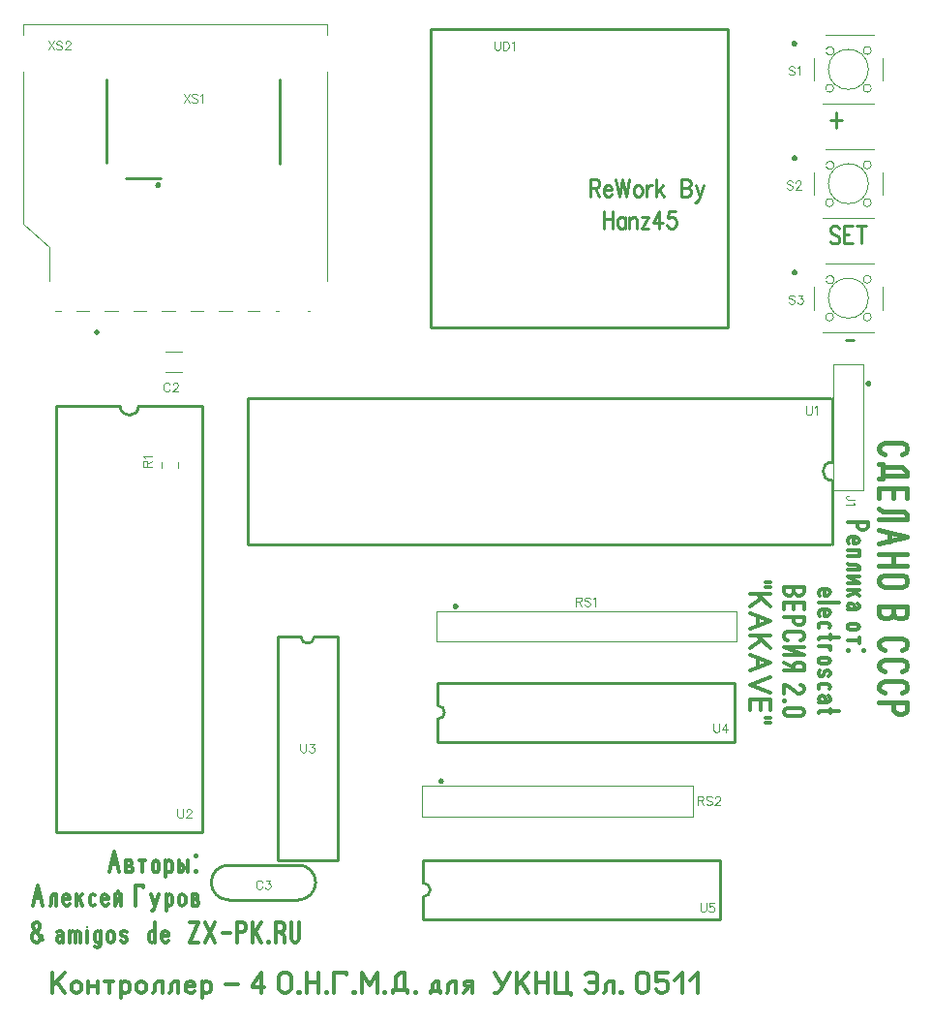
<source format=gto>
G04 DipTrace 4.2.0.1*
G04 KKV_TopSilk.gbr*
%MOMM*%
G04 #@! TF.FileFunction,Legend,Top*
G04 #@! TF.Part,Single*
%ADD10C,0.25*%
%ADD13C,0.12*%
%ADD22C,0.318*%
%ADD23C,0.444*%
%ADD24C,0.5*%
%ADD52C,0.11765*%
%ADD53C,0.23529*%
%FSLAX35Y35*%
G04*
G71*
G90*
G75*
G01*
G04 TopSilk*
%LPD*%
X-6580200Y-2892400D2*
D13*
X-6436200D1*
X-6580200Y-3072400D2*
X-6436200D1*
X-6025700Y-7377043D2*
D10*
X-5416707D1*
X-6025700Y-7681843D2*
X-5416707D1*
G03X-5416707Y-7377043I303J152400D01*
G01*
X-6025700D2*
G03X-6025700Y-7681843I-303J-152400D01*
G01*
X-470550Y-2998700D2*
D13*
X-736550D1*
Y-4100700D1*
X-470550D1*
Y-2998700D1*
G36*
X-427950Y-3144100D2*
X-424739Y-3144310D1*
X-421583Y-3144938D1*
X-418536Y-3145973D1*
X-415650Y-3147396D1*
X-412974Y-3149184D1*
X-410555Y-3151305D1*
X-408434Y-3153724D1*
X-406646Y-3156400D1*
X-405223Y-3159286D1*
X-404188Y-3162333D1*
X-403560Y-3165489D1*
X-403350Y-3168700D1*
X-403560Y-3171911D1*
X-404188Y-3175067D1*
X-405223Y-3178114D1*
X-406646Y-3181000D1*
X-408434Y-3183676D1*
X-410555Y-3186095D1*
X-412974Y-3188216D1*
X-415650Y-3190004D1*
X-418536Y-3191427D1*
X-421583Y-3192462D1*
X-424739Y-3193090D1*
X-427950Y-3193300D1*
D1*
X-431161Y-3193090D1*
X-434317Y-3192462D1*
X-437364Y-3191427D1*
X-440250Y-3190004D1*
X-442926Y-3188216D1*
X-445345Y-3186095D1*
X-447466Y-3183676D1*
X-449254Y-3181000D1*
X-450677Y-3178114D1*
X-451712Y-3175067D1*
X-452340Y-3171911D1*
X-452550Y-3168700D1*
X-452340Y-3165489D1*
X-451712Y-3162333D1*
X-450677Y-3159286D1*
X-449254Y-3156400D1*
X-447466Y-3153724D1*
X-445345Y-3151305D1*
X-442926Y-3149184D1*
X-440250Y-3147396D1*
X-437364Y-3145973D1*
X-434317Y-3144938D1*
X-431161Y-3144310D1*
X-427950Y-3144100D1*
D1*
G37*
X-6610500Y-3903250D2*
D13*
Y-3857250D1*
X-6470500Y-3903250D2*
Y-3857250D1*
X-4209723Y-5159210D2*
Y-5425210D1*
X-1583723D1*
Y-5159210D1*
X-4209723D1*
G36*
X-4064323Y-5116610D2*
X-4064113Y-5113399D1*
X-4063485Y-5110243D1*
X-4062451Y-5107196D1*
X-4061028Y-5104310D1*
X-4059240Y-5101634D1*
X-4057118Y-5099215D1*
X-4054699Y-5097094D1*
X-4052023Y-5095306D1*
X-4049137Y-5093883D1*
X-4046090Y-5092848D1*
X-4042934Y-5092220D1*
X-4039723Y-5092010D1*
X-4036512Y-5092220D1*
X-4033356Y-5092848D1*
X-4030309Y-5093883D1*
X-4027423Y-5095306D1*
X-4024748Y-5097094D1*
X-4022329Y-5099215D1*
X-4020207Y-5101634D1*
X-4018419Y-5104310D1*
X-4016996Y-5107196D1*
X-4015962Y-5110243D1*
X-4015334Y-5113399D1*
X-4015123Y-5116610D1*
D1*
X-4015334Y-5119821D1*
X-4015962Y-5122977D1*
X-4016996Y-5126024D1*
X-4018419Y-5128910D1*
X-4020207Y-5131586D1*
X-4022329Y-5134005D1*
X-4024748Y-5136126D1*
X-4027423Y-5137914D1*
X-4030309Y-5139337D1*
X-4033356Y-5140372D1*
X-4036512Y-5141000D1*
X-4039723Y-5141210D1*
X-4042934Y-5141000D1*
X-4046090Y-5140372D1*
X-4049137Y-5139337D1*
X-4052023Y-5137914D1*
X-4054699Y-5136126D1*
X-4057118Y-5134005D1*
X-4059240Y-5131586D1*
X-4061028Y-5128910D1*
X-4062451Y-5126024D1*
X-4063485Y-5122977D1*
X-4064113Y-5119821D1*
X-4064323Y-5116610D1*
D1*
G37*
X-4336850Y-6686367D2*
D13*
Y-6952367D1*
X-1964850D1*
Y-6686367D1*
X-4336850D1*
G36*
X-4191450Y-6643767D2*
X-4191240Y-6640556D1*
X-4190612Y-6637400D1*
X-4189577Y-6634353D1*
X-4188154Y-6631467D1*
X-4186366Y-6628791D1*
X-4184245Y-6626372D1*
X-4181826Y-6624250D1*
X-4179150Y-6622462D1*
X-4176264Y-6621039D1*
X-4173217Y-6620005D1*
X-4170061Y-6619377D1*
X-4166850Y-6619167D1*
X-4163639Y-6619377D1*
X-4160483Y-6620005D1*
X-4157436Y-6621039D1*
X-4154550Y-6622462D1*
X-4151874Y-6624250D1*
X-4149455Y-6626372D1*
X-4147334Y-6628791D1*
X-4145546Y-6631467D1*
X-4144123Y-6634353D1*
X-4143088Y-6637400D1*
X-4142460Y-6640556D1*
X-4142250Y-6643767D1*
D1*
X-4142460Y-6646978D1*
X-4143088Y-6650134D1*
X-4144123Y-6653181D1*
X-4145546Y-6656067D1*
X-4147334Y-6658742D1*
X-4149455Y-6661161D1*
X-4151874Y-6663283D1*
X-4154550Y-6665071D1*
X-4157436Y-6666494D1*
X-4160483Y-6667528D1*
X-4163639Y-6668156D1*
X-4166850Y-6668367D1*
X-4170061Y-6668156D1*
X-4173217Y-6667528D1*
X-4176264Y-6666494D1*
X-4179150Y-6665071D1*
X-4181826Y-6663283D1*
X-4184245Y-6661161D1*
X-4186366Y-6658742D1*
X-4188154Y-6656067D1*
X-4189577Y-6653181D1*
X-4190612Y-6650134D1*
X-4191240Y-6646978D1*
X-4191450Y-6643767D1*
D1*
G37*
X-603500Y-722733D2*
D13*
X-824793D1*
X-603500Y-122733D2*
X-382220D1*
X-778500Y-422733D2*
G02X-778500Y-422733I175000J0D01*
G01*
X-800503Y-243667D2*
X-798810Y-240233D1*
X-796267Y-236427D1*
X-793250Y-232983D1*
X-789807Y-229967D1*
X-786000Y-227423D1*
X-781893Y-225397D1*
X-777560Y-223927D1*
X-773070Y-223033D1*
X-768500Y-222733D1*
X-763930Y-223033D1*
X-759440Y-223927D1*
X-755107Y-225397D1*
X-751000Y-227423D1*
X-747193Y-229967D1*
X-743750Y-232983D1*
X-740733Y-236427D1*
X-738190Y-240233D1*
X-736163Y-244340D1*
X-734693Y-248673D1*
X-733800Y-253163D1*
X-733500Y-257733D1*
X-733800Y-262303D1*
X-734693Y-266793D1*
X-736163Y-271127D1*
X-738190Y-275233D1*
X-740733Y-279040D1*
X-743750Y-282483D1*
X-747193Y-285500D1*
X-751000Y-288043D1*
X-755107Y-290070D1*
X-759440Y-291540D1*
X-763930Y-292433D1*
X-768500Y-292733D1*
X-773070Y-292433D1*
X-777560Y-291540D1*
X-781893Y-290070D1*
X-786000Y-288043D1*
X-789807Y-285500D1*
X-793250Y-282483D1*
X-796267Y-279040D1*
X-798810Y-275233D1*
X-800503Y-271800D1*
X-473500Y-257733D2*
G02X-473500Y-257733I35000J0D01*
G01*
Y-587733D2*
G02X-473500Y-587733I35000J0D01*
G01*
X-803500D2*
G02X-803500Y-587733I35000J0D01*
G01*
X-903500Y-522203D2*
Y-325730D1*
X-800503Y-122733D2*
X-603500D1*
X-303500Y-323263D2*
Y-522203D1*
X-382207Y-722733D2*
X-603500D1*
G36*
X-1100500Y-197733D2*
X-1100286Y-194470D1*
X-1099648Y-191263D1*
X-1098597Y-188166D1*
X-1097151Y-185233D1*
X-1095334Y-182514D1*
X-1093178Y-180056D1*
X-1090719Y-177899D1*
X-1088000Y-176083D1*
X-1085067Y-174636D1*
X-1081970Y-173585D1*
X-1078763Y-172947D1*
X-1075500Y-172733D1*
X-1072237Y-172947D1*
X-1069030Y-173585D1*
X-1065933Y-174636D1*
X-1063000Y-176083D1*
X-1060281Y-177899D1*
X-1057822Y-180056D1*
X-1055666Y-182514D1*
X-1053849Y-185233D1*
X-1052403Y-188166D1*
X-1051352Y-191263D1*
X-1050714Y-194470D1*
X-1050500Y-197733D1*
D1*
X-1050714Y-200996D1*
X-1051352Y-204204D1*
X-1052403Y-207300D1*
X-1053849Y-210233D1*
X-1055666Y-212952D1*
X-1057822Y-215411D1*
X-1060281Y-217567D1*
X-1063000Y-219384D1*
X-1065933Y-220830D1*
X-1069030Y-221881D1*
X-1072237Y-222519D1*
X-1075500Y-222733D1*
X-1078763Y-222519D1*
X-1081970Y-221881D1*
X-1085067Y-220830D1*
X-1088000Y-219384D1*
X-1090719Y-217567D1*
X-1093178Y-215411D1*
X-1095334Y-212952D1*
X-1097151Y-210233D1*
X-1098597Y-207300D1*
X-1099648Y-204204D1*
X-1100286Y-200996D1*
X-1100500Y-197733D1*
D1*
G37*
X-603500Y-1722733D2*
D13*
X-824793D1*
X-603500Y-1122733D2*
X-382220D1*
X-778500Y-1422733D2*
G02X-778500Y-1422733I175000J0D01*
G01*
X-800503Y-1243667D2*
X-798810Y-1240233D1*
X-796267Y-1236427D1*
X-793250Y-1232983D1*
X-789807Y-1229967D1*
X-786000Y-1227423D1*
X-781893Y-1225397D1*
X-777560Y-1223927D1*
X-773070Y-1223033D1*
X-768500Y-1222733D1*
X-763930Y-1223033D1*
X-759440Y-1223927D1*
X-755107Y-1225397D1*
X-751000Y-1227423D1*
X-747193Y-1229967D1*
X-743750Y-1232983D1*
X-740733Y-1236427D1*
X-738190Y-1240233D1*
X-736163Y-1244340D1*
X-734693Y-1248673D1*
X-733800Y-1253163D1*
X-733500Y-1257733D1*
X-733800Y-1262303D1*
X-734693Y-1266793D1*
X-736163Y-1271127D1*
X-738190Y-1275233D1*
X-740733Y-1279040D1*
X-743750Y-1282483D1*
X-747193Y-1285500D1*
X-751000Y-1288043D1*
X-755107Y-1290070D1*
X-759440Y-1291540D1*
X-763930Y-1292433D1*
X-768500Y-1292733D1*
X-773070Y-1292433D1*
X-777560Y-1291540D1*
X-781893Y-1290070D1*
X-786000Y-1288043D1*
X-789807Y-1285500D1*
X-793250Y-1282483D1*
X-796267Y-1279040D1*
X-798810Y-1275233D1*
X-800503Y-1271800D1*
X-473500Y-1257733D2*
G02X-473500Y-1257733I35000J0D01*
G01*
Y-1587733D2*
G02X-473500Y-1587733I35000J0D01*
G01*
X-803500D2*
G02X-803500Y-1587733I35000J0D01*
G01*
X-903500Y-1522203D2*
Y-1325730D1*
X-800503Y-1122733D2*
X-603500D1*
X-303500Y-1323263D2*
Y-1522203D1*
X-382207Y-1722733D2*
X-603500D1*
G36*
X-1100500Y-1197733D2*
X-1100286Y-1194470D1*
X-1099648Y-1191263D1*
X-1098597Y-1188166D1*
X-1097151Y-1185233D1*
X-1095334Y-1182514D1*
X-1093178Y-1180056D1*
X-1090719Y-1177899D1*
X-1088000Y-1176083D1*
X-1085067Y-1174636D1*
X-1081970Y-1173585D1*
X-1078763Y-1172947D1*
X-1075500Y-1172733D1*
X-1072237Y-1172947D1*
X-1069030Y-1173585D1*
X-1065933Y-1174636D1*
X-1063000Y-1176083D1*
X-1060281Y-1177899D1*
X-1057822Y-1180056D1*
X-1055666Y-1182514D1*
X-1053849Y-1185233D1*
X-1052403Y-1188166D1*
X-1051352Y-1191263D1*
X-1050714Y-1194470D1*
X-1050500Y-1197733D1*
D1*
X-1050714Y-1200996D1*
X-1051352Y-1204204D1*
X-1052403Y-1207300D1*
X-1053849Y-1210233D1*
X-1055666Y-1212952D1*
X-1057822Y-1215411D1*
X-1060281Y-1217567D1*
X-1063000Y-1219384D1*
X-1065933Y-1220830D1*
X-1069030Y-1221881D1*
X-1072237Y-1222519D1*
X-1075500Y-1222733D1*
X-1078763Y-1222519D1*
X-1081970Y-1221881D1*
X-1085067Y-1220830D1*
X-1088000Y-1219384D1*
X-1090719Y-1217567D1*
X-1093178Y-1215411D1*
X-1095334Y-1212952D1*
X-1097151Y-1210233D1*
X-1098597Y-1207300D1*
X-1099648Y-1204204D1*
X-1100286Y-1200996D1*
X-1100500Y-1197733D1*
D1*
G37*
X-603500Y-2722733D2*
D13*
X-824793D1*
X-603500Y-2122733D2*
X-382220D1*
X-778500Y-2422733D2*
G02X-778500Y-2422733I175000J0D01*
G01*
X-800503Y-2243667D2*
X-798810Y-2240233D1*
X-796267Y-2236427D1*
X-793250Y-2232983D1*
X-789807Y-2229967D1*
X-786000Y-2227423D1*
X-781893Y-2225397D1*
X-777560Y-2223927D1*
X-773070Y-2223033D1*
X-768500Y-2222733D1*
X-763930Y-2223033D1*
X-759440Y-2223927D1*
X-755107Y-2225397D1*
X-751000Y-2227423D1*
X-747193Y-2229967D1*
X-743750Y-2232983D1*
X-740733Y-2236427D1*
X-738190Y-2240233D1*
X-736163Y-2244340D1*
X-734693Y-2248673D1*
X-733800Y-2253163D1*
X-733500Y-2257733D1*
X-733800Y-2262303D1*
X-734693Y-2266793D1*
X-736163Y-2271127D1*
X-738190Y-2275233D1*
X-740733Y-2279040D1*
X-743750Y-2282483D1*
X-747193Y-2285500D1*
X-751000Y-2288043D1*
X-755107Y-2290070D1*
X-759440Y-2291540D1*
X-763930Y-2292433D1*
X-768500Y-2292733D1*
X-773070Y-2292433D1*
X-777560Y-2291540D1*
X-781893Y-2290070D1*
X-786000Y-2288043D1*
X-789807Y-2285500D1*
X-793250Y-2282483D1*
X-796267Y-2279040D1*
X-798810Y-2275233D1*
X-800503Y-2271800D1*
X-473500Y-2257733D2*
G02X-473500Y-2257733I35000J0D01*
G01*
Y-2587733D2*
G02X-473500Y-2587733I35000J0D01*
G01*
X-803500D2*
G02X-803500Y-2587733I35000J0D01*
G01*
X-903500Y-2522203D2*
Y-2325730D1*
X-800503Y-2122733D2*
X-603500D1*
X-303500Y-2323263D2*
Y-2522203D1*
X-382207Y-2722733D2*
X-603500D1*
G36*
X-1100500Y-2197733D2*
X-1100286Y-2194470D1*
X-1099648Y-2191263D1*
X-1098597Y-2188166D1*
X-1097151Y-2185233D1*
X-1095334Y-2182514D1*
X-1093178Y-2180056D1*
X-1090719Y-2177899D1*
X-1088000Y-2176083D1*
X-1085067Y-2174636D1*
X-1081970Y-2173585D1*
X-1078763Y-2172947D1*
X-1075500Y-2172733D1*
X-1072237Y-2172947D1*
X-1069030Y-2173585D1*
X-1065933Y-2174636D1*
X-1063000Y-2176083D1*
X-1060281Y-2177899D1*
X-1057822Y-2180056D1*
X-1055666Y-2182514D1*
X-1053849Y-2185233D1*
X-1052403Y-2188166D1*
X-1051352Y-2191263D1*
X-1050714Y-2194470D1*
X-1050500Y-2197733D1*
D1*
X-1050714Y-2200996D1*
X-1051352Y-2204204D1*
X-1052403Y-2207300D1*
X-1053849Y-2210233D1*
X-1055666Y-2212952D1*
X-1057822Y-2215411D1*
X-1060281Y-2217567D1*
X-1063000Y-2219384D1*
X-1065933Y-2220830D1*
X-1069030Y-2221881D1*
X-1072237Y-2222519D1*
X-1075500Y-2222733D1*
X-1078763Y-2222519D1*
X-1081970Y-2221881D1*
X-1085067Y-2220830D1*
X-1088000Y-2219384D1*
X-1090719Y-2217567D1*
X-1093178Y-2215411D1*
X-1095334Y-2212952D1*
X-1097151Y-2210233D1*
X-1098597Y-2207300D1*
X-1099648Y-2204204D1*
X-1100286Y-2200996D1*
X-1100500Y-2197733D1*
D1*
G37*
X-756753Y-3296080D2*
D10*
X-5856533D1*
Y-4576020D1*
X-756753D2*
X-5856533D1*
X-746533Y-3296080D2*
Y-3856033D1*
Y-4576020D2*
Y-4016067D1*
Y-3856033D2*
G03X-746533Y-4016067I301J-80017D01*
G01*
X-6253470Y-3365990D2*
Y-7085990D1*
X-7533357D2*
X-6253470D1*
X-7533357Y-3365990D2*
Y-7085990D1*
Y-3365990D2*
X-6973407D1*
X-6253470D2*
X-6813420D1*
X-6973407D2*
G03X-6813420Y-3365990I79993J13D01*
G01*
X-5074633Y-5379223D2*
Y-7339223D1*
X-5594653D2*
X-5074633D1*
X-5594653Y-5379223D2*
Y-7339223D1*
Y-5379223D2*
X-5394653D1*
X-5074633D2*
X-5274633D1*
X-5394653D2*
G03X-5274633Y-5379223I60010J33D01*
G01*
X-4196670Y-5782190D2*
X-1596670D1*
Y-6302210D2*
Y-5782190D1*
X-4196670Y-6302210D2*
X-1596670D1*
X-4196670D2*
Y-6102210D1*
Y-5782190D2*
Y-5982190D1*
Y-6102210D2*
G03X-4196670Y-5982190I-210J60010D01*
G01*
X-4322480Y-7334217D2*
X-1722480D1*
Y-7854237D2*
Y-7334217D1*
X-4322480Y-7854237D2*
X-1722480D1*
X-4322480D2*
Y-7654237D1*
Y-7334217D2*
Y-7534217D1*
Y-7654237D2*
G03X-4322480Y-7534217I-210J60010D01*
G01*
X-4255250Y-74733D2*
Y-2674733D1*
X-1655250D1*
Y-74733D1*
X-4255250D1*
X-7097000Y-511000D2*
Y-1241000D1*
X-6927000Y-1371000D2*
X-6617000D1*
X-5577000Y-1251000D2*
Y-511000D1*
G36*
X-6667000Y-1436000D2*
X-6666786Y-1432737D1*
X-6666148Y-1429530D1*
X-6665097Y-1426433D1*
X-6663651Y-1423500D1*
X-6661834Y-1420781D1*
X-6659678Y-1418322D1*
X-6657219Y-1416166D1*
X-6654500Y-1414349D1*
X-6651567Y-1412903D1*
X-6648470Y-1411852D1*
X-6645263Y-1411214D1*
X-6642000Y-1411000D1*
X-6638737Y-1411214D1*
X-6635530Y-1411852D1*
X-6632433Y-1412903D1*
X-6629500Y-1414349D1*
X-6626781Y-1416166D1*
X-6624322Y-1418322D1*
X-6622166Y-1420781D1*
X-6620349Y-1423500D1*
X-6618903Y-1426433D1*
X-6617852Y-1429530D1*
X-6617214Y-1432737D1*
X-6617000Y-1436000D1*
D1*
X-6617214Y-1439263D1*
X-6617852Y-1442470D1*
X-6618903Y-1445567D1*
X-6620349Y-1448500D1*
X-6622166Y-1451219D1*
X-6624322Y-1453678D1*
X-6626781Y-1455834D1*
X-6629500Y-1457651D1*
X-6632433Y-1459097D1*
X-6635530Y-1460148D1*
X-6638737Y-1460786D1*
X-6642000Y-1461000D1*
X-6645263Y-1460786D1*
X-6648470Y-1460148D1*
X-6651567Y-1459097D1*
X-6654500Y-1457651D1*
X-6657219Y-1455834D1*
X-6659678Y-1453678D1*
X-6661834Y-1451219D1*
X-6663651Y-1448500D1*
X-6665097Y-1445567D1*
X-6666148Y-1442470D1*
X-6666786Y-1439263D1*
X-6667000Y-1436000D1*
D1*
G37*
X-5318040Y-2532750D2*
D13*
X-5331047D1*
X-5583043D2*
X-5616053D1*
X-5753047D2*
X-5859050D1*
X-5996043D2*
X-6109047D1*
X-6246040D2*
X-6359050D1*
X-6496043D2*
X-6609047D1*
X-6746040D2*
X-6859047D1*
X-6996040D2*
X-7109050D1*
X-7246043D2*
X-7359047D1*
X-7496040D2*
X-7541617D1*
X-7595113Y-2273953D2*
Y-1976750D1*
X-7825113Y-1776750D1*
Y-440947D1*
Y-123953D2*
Y-32750D1*
X-5165113D1*
Y-123953D1*
Y-440947D2*
Y-2273950D1*
X-762000Y-3301983D2*
X-5842000D1*
X-762000Y-4571983D2*
X-5842000D1*
X-4171600Y-6310183D2*
X-1619600D1*
Y-5780183D2*
X-4171600D1*
X-4298600Y-7859583D2*
X-1746600D1*
Y-7329583D2*
X-4298600D1*
X-5599000Y-5454983D2*
Y-7244983D1*
X-5069000D2*
Y-5454983D1*
X-7565500Y-8492733D2*
D22*
Y-8314953D1*
Y-8437173D2*
X-7458830Y-8314953D1*
X-7525500Y-8403843D2*
X-7458830Y-8492733D1*
X-7316610Y-8466063D2*
Y-8421623D1*
X-7329940Y-8399403D1*
X-7356610Y-8392733D1*
X-7383280Y-8399403D1*
X-7396610Y-8421623D1*
Y-8466063D1*
X-7383280Y-8488293D1*
X-7356610Y-8492733D1*
X-7329940Y-8488293D1*
X-7316610Y-8466063D1*
X-7254390Y-8492733D2*
Y-8392733D1*
Y-8437173D2*
X-7174390D1*
Y-8492733D2*
Y-8392733D1*
X-7112170D2*
X-7032170D1*
X-7072170Y-8492733D2*
Y-8392733D1*
X-6969950D2*
Y-8537173D1*
Y-8459403D2*
X-6956620Y-8488293D1*
X-6929950Y-8492733D1*
X-6903280Y-8488293D1*
X-6889950Y-8466063D1*
Y-8421623D1*
X-6903280Y-8399403D1*
X-6929950Y-8392733D1*
X-6956620Y-8399403D1*
X-6969950Y-8426063D1*
X-6747730Y-8466063D2*
Y-8421623D1*
X-6761060Y-8399403D1*
X-6787730Y-8392733D1*
X-6814400Y-8399403D1*
X-6827730Y-8421623D1*
Y-8466063D1*
X-6814400Y-8488293D1*
X-6787730Y-8492733D1*
X-6761060Y-8488293D1*
X-6747730Y-8466063D1*
X-6685510Y-8492733D2*
X-6672180Y-8481623D1*
Y-8414953D1*
X-6645510Y-8392733D1*
X-6605510D1*
Y-8492733D1*
X-6543290D2*
X-6529960Y-8481623D1*
Y-8414953D1*
X-6503290Y-8392733D1*
X-6463290D1*
Y-8492733D1*
X-6321070Y-8481623D2*
X-6342400Y-8492733D1*
X-6369070D1*
X-6395740Y-8481623D1*
X-6401070Y-8459403D1*
Y-8421623D1*
X-6387740Y-8399403D1*
X-6361070Y-8392733D1*
X-6334400Y-8399403D1*
X-6321070Y-8414953D1*
Y-8437173D1*
X-6401070D1*
X-6258850Y-8392733D2*
Y-8537173D1*
Y-8459403D2*
X-6245520Y-8488293D1*
X-6218850Y-8492733D1*
X-6192180Y-8488293D1*
X-6178850Y-8466063D1*
Y-8421623D1*
X-6192180Y-8399403D1*
X-6218850Y-8392733D1*
X-6245520Y-8399403D1*
X-6258850Y-8426063D1*
X-6051740Y-8414953D2*
X-5945070D1*
X-5737960Y-8492733D2*
Y-8314953D1*
X-5817960Y-8426063D1*
Y-8448293D1*
X-5711290D1*
X-5477510Y-8348293D2*
Y-8459403D1*
X-5490850Y-8481623D1*
X-5517510Y-8492733D1*
X-5544180D1*
X-5570850Y-8481623D1*
X-5584180Y-8459403D1*
Y-8348293D1*
X-5570850Y-8326063D1*
X-5544180Y-8314953D1*
X-5517510D1*
X-5490850Y-8326063D1*
X-5477510Y-8348293D1*
X-5404620Y-8492733D2*
X-5415290D1*
Y-8483843D1*
X-5404620D1*
Y-8492733D1*
X-5415290D1*
X-5342400D2*
Y-8314953D1*
X-5235730Y-8492733D2*
Y-8314953D1*
X-5342400Y-8403843D2*
X-5235730D1*
X-5162840Y-8492733D2*
X-5173510D1*
Y-8483843D1*
X-5162840D1*
Y-8492733D1*
X-5173510D1*
X-5100620D2*
Y-8314953D1*
X-4993950D1*
Y-8337173D1*
X-4921060Y-8492733D2*
X-4931730D1*
Y-8483843D1*
X-4921060D1*
Y-8492733D1*
X-4931730D1*
X-4858840D2*
Y-8314953D1*
X-4792170Y-8426063D1*
X-4725510Y-8314953D1*
Y-8492733D1*
X-4652620D2*
X-4663290D1*
Y-8483843D1*
X-4652620D1*
Y-8492733D1*
X-4663290D1*
X-4590400D2*
Y-8470513D1*
X-4457070D1*
Y-8492733D1*
X-4563730Y-8470513D2*
Y-8348293D1*
X-4523730Y-8314953D1*
X-4483730D1*
Y-8470513D1*
X-4384180Y-8492733D2*
X-4394850D1*
Y-8483843D1*
X-4384180D1*
Y-8492733D1*
X-4394850D1*
X-4257070D2*
Y-8481623D1*
X-4177070D1*
Y-8492733D1*
X-4243740Y-8481623D2*
Y-8414953D1*
X-4217070Y-8392733D1*
X-4190400D1*
Y-8481623D1*
X-4114850Y-8492733D2*
X-4101520Y-8481623D1*
Y-8414953D1*
X-4074850Y-8392733D1*
X-4034850D1*
Y-8492733D1*
X-3972630D2*
X-3919300Y-8437173D1*
X-3892630D1*
X-3945960D1*
X-3959300Y-8426063D1*
Y-8403843D1*
X-3945960Y-8392733D1*
X-3892630D1*
Y-8492733D1*
X-3700630D2*
X-3673960D1*
X-3647300Y-8470513D1*
X-3567300Y-8314953D1*
X-3700630D2*
X-3633960Y-8426063D1*
X-3505080Y-8492733D2*
Y-8314953D1*
Y-8437173D2*
X-3398410Y-8314953D1*
X-3465080Y-8403843D2*
X-3398410Y-8492733D1*
X-3336190D2*
Y-8314953D1*
X-3229520Y-8492733D2*
Y-8314953D1*
X-3336190Y-8403843D2*
X-3229520D1*
X-3167300Y-8314953D2*
Y-8492733D1*
X-3033970D1*
Y-8514953D1*
X-3060630Y-8314953D2*
Y-8492733D1*
X-2906860Y-8337173D2*
X-2880190Y-8314953D1*
X-2826860D1*
X-2800190Y-8337173D1*
Y-8470513D1*
X-2826860Y-8492733D1*
X-2880190D1*
X-2906860Y-8470513D1*
X-2866860Y-8403843D2*
X-2800190D1*
X-2737970Y-8492733D2*
X-2724640Y-8481623D1*
Y-8414953D1*
X-2697970Y-8392733D1*
X-2657970D1*
Y-8492733D1*
X-2585080D2*
X-2595750D1*
Y-8483843D1*
X-2585080D1*
Y-8492733D1*
X-2595750D1*
X-2351300Y-8348293D2*
Y-8459403D1*
X-2364640Y-8481623D1*
X-2391300Y-8492733D1*
X-2417970D1*
X-2444640Y-8481623D1*
X-2457970Y-8459403D1*
Y-8348293D1*
X-2444640Y-8326063D1*
X-2417970Y-8314953D1*
X-2391300D1*
X-2364640Y-8326063D1*
X-2351300Y-8348293D1*
X-2182410Y-8314953D2*
X-2289080D1*
Y-8392733D1*
X-2275750D1*
X-2249080Y-8381623D1*
X-2222410D1*
X-2195750Y-8392733D1*
X-2182410Y-8414953D1*
Y-8459403D1*
X-2195750Y-8481623D1*
X-2222410Y-8492733D1*
X-2249080D1*
X-2275750Y-8481623D1*
X-2289080Y-8459403D1*
X-2120190Y-8381623D2*
X-2053520Y-8314953D1*
Y-8492733D1*
X-1991300Y-8381623D2*
X-1924630Y-8314953D1*
Y-8492733D1*
X-1284260Y-4906993D2*
X-1328710D1*
X-1284260Y-4946993D2*
X-1328710D1*
X-1462040Y-5009213D2*
X-1284260D1*
X-1406480D2*
X-1284260Y-5115883D1*
X-1373150Y-5049213D2*
X-1462040Y-5115883D1*
Y-5178103D2*
X-1284260Y-5244773D1*
X-1462040Y-5311433D1*
X-1395370Y-5204773D2*
Y-5284773D1*
X-1462040Y-5373653D2*
X-1284260D1*
X-1406480D2*
X-1284260Y-5480323D1*
X-1373150Y-5413653D2*
X-1462040Y-5480323D1*
Y-5542543D2*
X-1284260Y-5609213D1*
X-1462040Y-5675873D1*
X-1395370Y-5569213D2*
Y-5649213D1*
X-1284260Y-5738093D2*
X-1462040Y-5804763D1*
X-1284260Y-5871423D1*
X-1462040Y-6026973D2*
Y-5933643D1*
X-1284260D1*
Y-6026973D1*
X-1373150Y-5933643D2*
Y-6026973D1*
X-1284260Y-6089193D2*
X-1328710D1*
X-1284260Y-6129193D2*
X-1328710D1*
X-7072777Y-7437933D2*
X-7028327Y-7260153D1*
X-6983887Y-7437933D1*
X-7054997Y-7371263D2*
X-7001667D1*
X-6921667Y-7437933D2*
Y-7337933D1*
X-6886107D1*
X-6877217Y-7349043D1*
Y-7371263D1*
X-6886107Y-7382373D1*
X-6921667D1*
X-6886107D2*
X-6868327Y-7404593D1*
Y-7426813D1*
X-6877217Y-7437933D1*
X-6921667D1*
X-6806117Y-7337933D2*
X-6752777D1*
X-6779447Y-7437933D2*
Y-7337933D1*
X-6637227Y-7411263D2*
Y-7366813D1*
X-6646117Y-7344593D1*
X-6663897Y-7337933D1*
X-6681677Y-7344593D1*
X-6690567Y-7366813D1*
Y-7411263D1*
X-6681677Y-7433483D1*
X-6663897Y-7437933D1*
X-6646117Y-7433483D1*
X-6637227Y-7411263D1*
X-6575017Y-7337933D2*
Y-7482373D1*
Y-7404593D2*
X-6566127Y-7433483D1*
X-6548347Y-7437933D1*
X-6530567Y-7433483D1*
X-6521677Y-7411263D1*
Y-7366813D1*
X-6530567Y-7344593D1*
X-6548347Y-7337933D1*
X-6566127Y-7344593D1*
X-6575017Y-7371263D1*
X-6459467Y-7337933D2*
Y-7437933D1*
X-6432797D1*
X-6415017Y-7415703D1*
Y-7393483D1*
X-6432797Y-7371263D1*
X-6459467D1*
X-6379467Y-7337933D2*
Y-7437933D1*
X-6317247D2*
X-6310137D1*
Y-7429043D1*
X-6317247D1*
Y-7437933D1*
X-6310137Y-7304593D2*
X-6317247D1*
Y-7295703D1*
X-6310137D1*
Y-7304593D1*
X-7738790Y-7731140D2*
X-7694340Y-7553360D1*
X-7649900Y-7731140D1*
X-7721010Y-7664470D2*
X-7667680D1*
X-7587680Y-7731140D2*
X-7578790Y-7720020D1*
Y-7653360D1*
X-7561010Y-7631140D1*
X-7534340D1*
Y-7731140D1*
X-7418790Y-7720020D2*
X-7433020Y-7731140D1*
X-7450790D1*
X-7468570Y-7720020D1*
X-7472130Y-7697800D1*
Y-7660020D1*
X-7463240Y-7637800D1*
X-7445460Y-7631140D1*
X-7427680Y-7637800D1*
X-7418790Y-7653360D1*
Y-7675580D1*
X-7472130D1*
X-7356580Y-7731140D2*
Y-7631140D1*
X-7329910Y-7664470D2*
X-7303240Y-7731140D1*
X-7356580Y-7686690D2*
X-7303240Y-7631140D1*
X-7196580Y-7637800D2*
X-7214360Y-7631140D1*
X-7232140Y-7637800D1*
X-7241030Y-7660020D1*
Y-7704470D1*
X-7232140Y-7726690D1*
X-7214360Y-7731140D1*
X-7196580Y-7726690D1*
X-7081030Y-7720020D2*
X-7095260Y-7731140D1*
X-7113030D1*
X-7130810Y-7720020D1*
X-7134370Y-7697800D1*
Y-7660020D1*
X-7125480Y-7637800D1*
X-7107700Y-7631140D1*
X-7089920Y-7637800D1*
X-7081030Y-7653360D1*
Y-7675580D1*
X-7134370D1*
X-7018820Y-7631140D2*
Y-7731140D1*
X-6965480Y-7631140D1*
Y-7731140D1*
X-6992150Y-7620020D2*
Y-7608910D1*
X-6839270Y-7731140D2*
Y-7553360D1*
X-6768160D1*
Y-7575580D1*
X-6705940Y-7631140D2*
X-6670380Y-7731140D1*
X-6634830Y-7631140D1*
X-6670380Y-7731140D2*
X-6679270Y-7764470D1*
X-6688160Y-7775580D1*
X-6697050D1*
X-6572610Y-7631140D2*
Y-7775580D1*
Y-7697800D2*
X-6563720Y-7726690D1*
X-6545940Y-7731140D1*
X-6528160Y-7726690D1*
X-6519270Y-7704470D1*
Y-7660020D1*
X-6528160Y-7637800D1*
X-6545940Y-7631140D1*
X-6563720Y-7637800D1*
X-6572610Y-7664470D1*
X-6403720Y-7704470D2*
Y-7660020D1*
X-6412610Y-7637800D1*
X-6430390Y-7631140D1*
X-6448170Y-7637800D1*
X-6457060Y-7660020D1*
Y-7704470D1*
X-6448170Y-7726690D1*
X-6430390Y-7731140D1*
X-6412610Y-7726690D1*
X-6403720Y-7704470D1*
X-6341510Y-7731140D2*
Y-7631140D1*
X-6305950D1*
X-6297060Y-7642250D1*
Y-7664470D1*
X-6305950Y-7675580D1*
X-6341510D1*
X-6305950D2*
X-6288170Y-7697800D1*
Y-7720020D1*
X-6297060Y-7731140D1*
X-6341510D1*
X-610160Y-4378263D2*
X-432380D1*
Y-4422703D1*
X-443490Y-4440483D1*
X-465710Y-4449373D1*
X-487930D1*
X-510160Y-4440483D1*
X-521270Y-4422703D1*
Y-4378263D1*
X-599040Y-4564923D2*
X-610160Y-4550703D1*
Y-4532923D1*
X-599040Y-4515143D1*
X-576820Y-4511593D1*
X-539040D1*
X-516820Y-4520473D1*
X-510160Y-4538253D1*
X-516820Y-4556033D1*
X-532380Y-4564923D1*
X-554600D1*
Y-4511593D1*
X-610160Y-4627143D2*
X-510160D1*
Y-4680473D1*
X-610160D1*
Y-4742693D2*
X-599040Y-4751573D1*
X-532380D1*
X-510160Y-4769353D1*
Y-4796023D1*
X-610160D1*
X-510160Y-4858243D2*
X-610160D1*
X-510160Y-4911573D1*
X-610160D1*
Y-4973793D2*
X-510160D1*
X-543490Y-5000453D2*
X-610160Y-5027123D1*
X-565710Y-4973793D2*
X-510160Y-5027123D1*
X-521270Y-5089343D2*
X-510160Y-5107113D1*
Y-5128453D1*
X-532380Y-5142673D1*
X-610160D1*
X-576820D2*
X-554600Y-5133783D1*
X-550160Y-5116003D1*
X-554600Y-5098233D1*
X-576820Y-5089343D1*
X-599040Y-5092893D1*
X-610160Y-5107113D1*
Y-5116003D1*
Y-5119563D1*
X-599040Y-5133783D1*
X-576820Y-5142673D1*
X-583490Y-5322223D2*
X-539040D1*
X-516820Y-5313333D1*
X-510160Y-5295553D1*
X-516820Y-5277773D1*
X-539040Y-5268893D1*
X-583490D1*
X-605710Y-5277773D1*
X-610160Y-5295553D1*
X-605710Y-5313333D1*
X-583490Y-5322223D1*
X-510160Y-5384443D2*
Y-5437773D1*
X-610160Y-5411103D2*
X-510160D1*
X-610160Y-5499993D2*
Y-5507103D1*
X-601270D1*
Y-5499993D1*
X-610160D1*
X-476820Y-5507103D2*
Y-5499993D1*
X-467930D1*
Y-5507103D1*
X-476820D1*
X-853040Y-5019903D2*
X-864160Y-5005683D1*
Y-4987903D1*
X-853040Y-4970123D1*
X-830820Y-4966573D1*
X-793040D1*
X-770820Y-4975463D1*
X-764160Y-4993233D1*
X-770820Y-5011013D1*
X-786380Y-5019903D1*
X-808600D1*
Y-4966573D1*
X-864160Y-5082123D2*
X-686380D1*
X-853040Y-5197673D2*
X-864160Y-5183453D1*
Y-5165673D1*
X-853040Y-5147893D1*
X-830820Y-5144343D1*
X-793040D1*
X-770820Y-5153223D1*
X-764160Y-5171003D1*
X-770820Y-5188783D1*
X-786380Y-5197673D1*
X-808600D1*
Y-5144343D1*
X-770820Y-5304333D2*
X-764160Y-5286553D1*
X-770820Y-5268783D1*
X-793040Y-5259893D1*
X-837490D1*
X-859710Y-5268783D1*
X-864160Y-5286553D1*
X-859710Y-5304333D1*
X-686380Y-5384323D2*
X-853040D1*
X-864160Y-5393213D1*
X-859710Y-5402103D1*
X-764160Y-5366553D2*
Y-5402103D1*
X-864160Y-5464333D2*
X-764160D1*
X-786380D2*
X-764160Y-5482103D1*
Y-5499883D1*
X-837490Y-5615443D2*
X-793040D1*
X-770820Y-5606553D1*
X-764160Y-5588773D1*
X-770820Y-5571003D1*
X-793040Y-5562113D1*
X-837490D1*
X-859710Y-5571003D1*
X-864160Y-5588773D1*
X-859710Y-5606553D1*
X-837490Y-5615443D1*
X-853040Y-5677663D2*
X-864160Y-5695433D1*
Y-5713213D1*
X-853040Y-5730993D1*
X-830820D1*
X-819710Y-5722103D1*
X-808600Y-5686543D1*
X-797490Y-5677663D1*
X-775270D1*
X-764160Y-5695433D1*
Y-5713213D1*
X-775270Y-5730993D1*
X-770820Y-5837653D2*
X-764160Y-5819873D1*
X-770820Y-5802103D1*
X-793040Y-5793213D1*
X-837490D1*
X-859710Y-5802103D1*
X-864160Y-5819873D1*
X-859710Y-5837653D1*
X-775270Y-5899873D2*
X-764160Y-5917643D1*
Y-5938983D1*
X-786380Y-5953203D1*
X-864160D1*
X-830820D2*
X-808600Y-5944313D1*
X-804160Y-5926533D1*
X-808600Y-5908763D1*
X-830820Y-5899873D1*
X-853040Y-5903423D1*
X-864160Y-5917643D1*
Y-5926533D1*
Y-5930093D1*
X-853040Y-5944313D1*
X-830820Y-5953203D1*
X-686380Y-6033193D2*
X-853040D1*
X-864160Y-6042083D1*
X-859710Y-6050973D1*
X-764160Y-6015423D2*
Y-6050973D1*
X-1167500Y-4948733D2*
X-989720D1*
Y-4993173D1*
X-1000830Y-5010953D1*
X-1023060Y-5019843D1*
X-1045280D1*
X-1067500Y-5010953D1*
X-1078610Y-4993173D1*
X-1089720Y-5010953D1*
X-1111940Y-5019843D1*
X-1134170D1*
X-1156390Y-5010953D1*
X-1167500Y-4993173D1*
Y-4948733D1*
X-1078610D2*
Y-4993173D1*
X-1167500Y-5144283D2*
Y-5082063D1*
X-989720D1*
Y-5144283D1*
X-1078610Y-5082063D2*
Y-5144283D1*
X-1167500Y-5206503D2*
X-989720D1*
Y-5250943D1*
X-1000830Y-5268723D1*
X-1023060Y-5277613D1*
X-1045280D1*
X-1067500Y-5268723D1*
X-1078610Y-5250943D1*
Y-5206503D1*
X-1134170Y-5410943D2*
X-1156390Y-5402053D1*
X-1167500Y-5384273D1*
Y-5366503D1*
X-1156390Y-5348723D1*
X-1134170Y-5339833D1*
X-1023060D1*
X-1000830Y-5348723D1*
X-989720Y-5366503D1*
Y-5384273D1*
X-1000830Y-5402053D1*
X-1023060Y-5410943D1*
X-989720Y-5473163D2*
X-1167500D1*
X-989720Y-5544273D1*
X-1167500D1*
Y-5606493D2*
X-1078610Y-5650933D1*
Y-5677603D1*
Y-5624273D1*
X-1056390Y-5606493D1*
X-1011940D1*
X-989720Y-5624273D1*
Y-5677603D1*
X-1167500D1*
Y-5874933D2*
Y-5803823D1*
X-1156390D1*
X-1134170Y-5812713D1*
X-1067500Y-5866043D1*
X-1045280Y-5874933D1*
X-1023060D1*
X-1000830Y-5866043D1*
X-989720Y-5848263D1*
Y-5830493D1*
X-1000830Y-5812713D1*
X-1023060Y-5803823D1*
X-1167500Y-5944263D2*
Y-5937153D1*
X-1158610D1*
Y-5944263D1*
X-1167500D1*
Y-5937153D1*
X-1023060Y-6077593D2*
X-1134170D1*
X-1156390Y-6068703D1*
X-1167500Y-6050923D1*
Y-6033153D1*
X-1156390Y-6015373D1*
X-1134170Y-6006483D1*
X-1023060D1*
X-1000830Y-6015373D1*
X-989720Y-6033153D1*
Y-6050923D1*
X-1000830Y-6068703D1*
X-1023060Y-6077593D1*
X-290390Y-3786783D2*
D23*
X-321500Y-3774333D1*
X-337060Y-3749443D1*
Y-3724553D1*
X-321500Y-3699663D1*
X-290390Y-3687223D1*
X-134840D1*
X-103730Y-3699663D1*
X-88170Y-3724553D1*
Y-3749443D1*
X-103730Y-3774333D1*
X-134840Y-3786783D1*
X-337060Y-3873893D2*
X-305950D1*
Y-3998333D1*
X-337060D1*
X-305950Y-3898783D2*
X-134840D1*
X-88170Y-3936113D1*
Y-3973453D1*
X-305950D1*
X-337060Y-4172553D2*
Y-4085443D1*
X-88170D1*
Y-4172553D1*
X-212620Y-4085443D2*
Y-4172553D1*
X-337060Y-4259663D2*
X-305950Y-4284553D1*
X-119280D1*
X-88170Y-4309443D1*
Y-4359223D1*
X-337060D1*
Y-4446333D2*
X-88170Y-4508553D1*
X-337060Y-4570773D1*
X-243730Y-4471223D2*
Y-4545893D1*
X-337060Y-4657883D2*
X-88170D1*
X-337060Y-4757443D2*
X-88170D1*
X-212620Y-4657883D2*
Y-4757443D1*
X-134840Y-4944113D2*
X-290390D1*
X-321500Y-4931663D1*
X-337060Y-4906773D1*
Y-4881883D1*
X-321500Y-4856993D1*
X-290390Y-4844553D1*
X-134840D1*
X-103730Y-4856993D1*
X-88170Y-4881883D1*
Y-4906773D1*
X-103730Y-4931663D1*
X-134840Y-4944113D1*
X-337060Y-5120823D2*
X-88170D1*
Y-5183043D1*
X-103730Y-5207933D1*
X-134840Y-5220383D1*
X-165950D1*
X-197060Y-5207933D1*
X-212620Y-5183043D1*
X-228170Y-5207933D1*
X-259280Y-5220383D1*
X-290390D1*
X-321500Y-5207933D1*
X-337060Y-5183043D1*
Y-5120823D1*
X-212620D2*
Y-5183043D1*
X-290390Y-5496653D2*
X-321500Y-5484203D1*
X-337060Y-5459313D1*
Y-5434423D1*
X-321500Y-5409533D1*
X-290390Y-5397093D1*
X-134840D1*
X-103730Y-5409533D1*
X-88170Y-5434423D1*
Y-5459313D1*
X-103730Y-5484203D1*
X-134840Y-5496653D1*
X-290390Y-5683323D2*
X-321500Y-5670873D1*
X-337060Y-5645983D1*
Y-5621093D1*
X-321500Y-5596203D1*
X-290390Y-5583763D1*
X-134840D1*
X-103730Y-5596203D1*
X-88170Y-5621093D1*
Y-5645983D1*
X-103730Y-5670873D1*
X-134840Y-5683323D1*
X-290390Y-5869993D2*
X-321500Y-5857543D1*
X-337060Y-5832653D1*
Y-5807763D1*
X-321500Y-5782873D1*
X-290390Y-5770433D1*
X-134840D1*
X-103730Y-5782873D1*
X-88170Y-5807763D1*
Y-5832653D1*
X-103730Y-5857543D1*
X-134840Y-5869993D1*
X-337060Y-5957103D2*
X-88170D1*
Y-6019323D1*
X-103730Y-6044213D1*
X-134840Y-6056663D1*
X-165950D1*
X-197060Y-6044213D1*
X-212620Y-6019323D1*
Y-5957103D1*
X-7653387Y-8029910D2*
D22*
X-7724497Y-7941020D1*
X-7733387Y-7918800D1*
Y-7896580D1*
X-7715607Y-7874360D1*
X-7697827D1*
X-7680057Y-7896580D1*
Y-7918800D1*
X-7688937Y-7941020D1*
X-7733387Y-7974360D1*
X-7742277Y-7996580D1*
Y-8018800D1*
X-7733387Y-8041020D1*
X-7715607Y-8052140D1*
X-7697827D1*
X-7680057Y-8041020D1*
X-7662277Y-7996580D1*
X-7527167Y-7963250D2*
X-7509387Y-7952140D1*
X-7488057D1*
X-7473827Y-7974360D1*
Y-8052140D1*
Y-8018800D2*
X-7482717Y-7996580D1*
X-7500497Y-7992140D1*
X-7518277Y-7996580D1*
X-7527167Y-8018800D1*
X-7523607Y-8041020D1*
X-7509387Y-8052140D1*
X-7500497D1*
X-7496947D1*
X-7482717Y-8041020D1*
X-7473827Y-8018800D1*
X-7411617Y-8052140D2*
Y-7952140D1*
Y-7969910D2*
X-7393837Y-7952140D1*
X-7376057Y-7958800D1*
X-7367167Y-7974360D1*
Y-8052140D1*
Y-7969910D2*
X-7349397Y-7952140D1*
X-7331617Y-7958800D1*
X-7322727Y-7974360D1*
Y-8052140D1*
X-7260507D2*
Y-7952140D1*
Y-7918800D2*
D3*
X-7198287Y-8085470D2*
X-7180507Y-8096580D1*
X-7168067D1*
X-7150287Y-8085470D1*
X-7144947Y-8063250D1*
Y-7952140D1*
Y-7981020D2*
X-7153837Y-7958800D1*
X-7171617Y-7952140D1*
X-7189397Y-7958800D1*
X-7198287Y-7981020D1*
Y-8025470D1*
X-7189397Y-8047690D1*
X-7171617Y-8052140D1*
X-7153837Y-8047690D1*
X-7144947Y-8025470D1*
X-7029397D2*
Y-7981020D1*
X-7038287Y-7958800D1*
X-7056067Y-7952140D1*
X-7073847Y-7958800D1*
X-7082737Y-7981020D1*
Y-8025470D1*
X-7073847Y-8047690D1*
X-7056067Y-8052140D1*
X-7038287Y-8047690D1*
X-7029397Y-8025470D1*
X-6967187Y-8041020D2*
X-6949407Y-8052140D1*
X-6931627D1*
X-6913847Y-8041020D1*
Y-8018800D1*
X-6922737Y-8007690D1*
X-6958297Y-7996580D1*
X-6967187Y-7985470D1*
Y-7963250D1*
X-6949407Y-7952140D1*
X-6931627D1*
X-6913847Y-7963250D1*
X-6670297Y-8052140D2*
Y-7874360D1*
Y-7981020D2*
X-6679187Y-7958800D1*
X-6696967Y-7952140D1*
X-6714747Y-7958800D1*
X-6723637Y-7981020D1*
Y-8025470D1*
X-6714747Y-8047690D1*
X-6696967Y-8052140D1*
X-6679187Y-8047690D1*
X-6670297Y-8025470D1*
X-6554747Y-8041020D2*
X-6568977Y-8052140D1*
X-6586747D1*
X-6604527Y-8041020D1*
X-6608087Y-8018800D1*
Y-7981020D1*
X-6599197Y-7958800D1*
X-6581417Y-7952140D1*
X-6563637Y-7958800D1*
X-6554747Y-7974360D1*
Y-7996580D1*
X-6608087D1*
X-6364537Y-7874360D2*
X-6293427D1*
X-6364537Y-8052140D1*
X-6293427D1*
X-6231207Y-7874360D2*
X-6142317Y-8052140D1*
X-6231207D2*
X-6142317Y-7874360D1*
X-6080097Y-7974360D2*
X-6008987D1*
X-5946767Y-8052140D2*
Y-7874360D1*
X-5902317D1*
X-5884547Y-7885470D1*
X-5875657Y-7907690D1*
Y-7929910D1*
X-5884547Y-7952140D1*
X-5902317Y-7963250D1*
X-5946767D1*
X-5813437Y-8052140D2*
Y-7874360D1*
Y-7996580D2*
X-5742327Y-7874360D1*
X-5786767Y-7963250D2*
X-5742327Y-8052140D1*
X-5672997D2*
X-5680107D1*
Y-8043250D1*
X-5672997D1*
Y-8052140D1*
X-5680107D1*
X-5575217Y-7963250D2*
X-5548557Y-7985470D1*
X-5539667Y-8007690D1*
Y-8052140D1*
X-5610777D2*
Y-7874360D1*
X-5566327D1*
X-5548557Y-7885470D1*
X-5539667Y-7907690D1*
Y-7929910D1*
X-5548557Y-7952140D1*
X-5566327Y-7963250D1*
X-5610777D1*
X-5477447Y-7874360D2*
Y-8018800D1*
X-5468557Y-8041020D1*
X-5450777Y-8052140D1*
X-5432997D1*
X-5415227Y-8041020D1*
X-5406337Y-8018800D1*
Y-7874360D1*
D24*
X-7177543Y-2724413D3*
X-682952Y-1814387D2*
D53*
X-694542Y-1799731D1*
X-712062Y-1792487D1*
X-735377D1*
X-752897Y-1799731D1*
X-764622Y-1814387D1*
Y-1828874D1*
X-758692Y-1843531D1*
X-752897Y-1850774D1*
X-741307Y-1858018D1*
X-706267Y-1872674D1*
X-694542Y-1879918D1*
X-688747Y-1887331D1*
X-682952Y-1901818D1*
Y-1923718D1*
X-694542Y-1938206D1*
X-712062Y-1945618D1*
X-735377D1*
X-752897Y-1938206D1*
X-764622Y-1923718D1*
X-569564Y-1792487D2*
X-645305D1*
Y-1945618D1*
X-569564D1*
X-645305Y-1865431D2*
X-598675D1*
X-491082Y-1792487D2*
Y-1945618D1*
X-531917Y-1792487D2*
X-450247D1*
X-712197Y-800341D2*
Y-931573D1*
X-764622Y-866041D2*
X-659637D1*
X-626462Y-2786133D2*
X-559077D1*
X-2863335Y-1455434D2*
X-2810910D1*
X-2793390Y-1448022D1*
X-2787460Y-1440778D1*
X-2781665Y-1426290D1*
Y-1411634D1*
X-2787460Y-1397146D1*
X-2793390Y-1389734D1*
X-2810910Y-1382490D1*
X-2863335D1*
Y-1535622D1*
X-2822500Y-1455434D2*
X-2781665Y-1535622D1*
X-2744018Y-1477334D2*
X-2674073D1*
Y-1462678D1*
X-2679868Y-1448022D1*
X-2685663Y-1440778D1*
X-2697388Y-1433534D1*
X-2714908D1*
X-2726498Y-1440778D1*
X-2738223Y-1455434D1*
X-2744018Y-1477334D1*
Y-1491822D1*
X-2738223Y-1513722D1*
X-2726498Y-1528209D1*
X-2714908Y-1535622D1*
X-2697388D1*
X-2685663Y-1528209D1*
X-2674073Y-1513722D1*
X-2636426Y-1382490D2*
X-2607181Y-1535622D1*
X-2578071Y-1382490D1*
X-2548961Y-1535622D1*
X-2519716Y-1382490D1*
X-2452958Y-1433534D2*
X-2464549Y-1440778D1*
X-2476274Y-1455434D1*
X-2482069Y-1477334D1*
Y-1491822D1*
X-2476274Y-1513722D1*
X-2464549Y-1528209D1*
X-2452958Y-1535622D1*
X-2435438D1*
X-2423714Y-1528209D1*
X-2412123Y-1513722D1*
X-2406194Y-1491822D1*
Y-1477334D1*
X-2412123Y-1455434D1*
X-2423714Y-1440778D1*
X-2435438Y-1433534D1*
X-2452958D1*
X-2368546D2*
Y-1535622D1*
Y-1477334D2*
X-2362617Y-1455434D1*
X-2351026Y-1440778D1*
X-2339302Y-1433534D1*
X-2321782D1*
X-2284134Y-1382490D2*
Y-1535622D1*
X-2225779Y-1433534D2*
X-2284134Y-1506478D1*
X-2260819Y-1477334D2*
X-2219984Y-1535622D1*
X-2063829Y-1382490D2*
Y-1535622D1*
X-2011269D1*
X-1993749Y-1528209D1*
X-1987954Y-1520965D1*
X-1982158Y-1506478D1*
Y-1484578D1*
X-1987954Y-1469922D1*
X-1993749Y-1462678D1*
X-2011269Y-1455434D1*
X-1993749Y-1448022D1*
X-1987954Y-1440778D1*
X-1982158Y-1426290D1*
Y-1411634D1*
X-1987954Y-1397146D1*
X-1993749Y-1389734D1*
X-2011269Y-1382490D1*
X-2063829D1*
Y-1455434D2*
X-2011269D1*
X-1938582Y-1433534D2*
X-1903676Y-1535622D1*
X-1915267Y-1564765D1*
X-1926991Y-1579422D1*
X-1938582Y-1586665D1*
X-1944511D1*
X-1868636Y-1433534D2*
X-1903676Y-1535622D1*
X-2744827Y-1659952D2*
Y-1813084D1*
X-2663157Y-1659952D2*
Y-1813084D1*
X-2744827Y-1732896D2*
X-2663157D1*
X-2555564Y-1710996D2*
Y-1813084D1*
Y-1732896D2*
X-2567154Y-1718240D1*
X-2578879Y-1710996D1*
X-2596265D1*
X-2607989Y-1718240D1*
X-2619580Y-1732896D1*
X-2625509Y-1754796D1*
Y-1769284D1*
X-2619580Y-1791184D1*
X-2607989Y-1805671D1*
X-2596265Y-1813084D1*
X-2578879D1*
X-2567154Y-1805671D1*
X-2555564Y-1791184D1*
X-2517917Y-1710996D2*
Y-1813084D1*
Y-1740140D2*
X-2500397Y-1718240D1*
X-2488672Y-1710996D1*
X-2471287D1*
X-2459562Y-1718240D1*
X-2453767Y-1740140D1*
Y-1813084D1*
X-2416120Y-1710996D2*
X-2351970D1*
X-2416120Y-1813084D1*
X-2351970D1*
X-2255968D2*
Y-1660120D1*
X-2314323Y-1762040D1*
X-2226858D1*
X-2119265Y-1660120D2*
X-2177486D1*
X-2183281Y-1725652D1*
X-2177486Y-1718408D1*
X-2159966Y-1710996D1*
X-2142580D1*
X-2125060Y-1718408D1*
X-2113335Y-1732896D1*
X-2107540Y-1754796D1*
Y-1769284D1*
X-2113335Y-1791184D1*
X-2125060Y-1805840D1*
X-2142580Y-1813084D1*
X-2159966D1*
X-2177486Y-1805840D1*
X-2183281Y-1798427D1*
X-2189210Y-1783940D1*
X-6539724Y-3179970D2*
D52*
X-6543346Y-3172727D1*
X-6550674Y-3165398D1*
X-6557918Y-3161777D1*
X-6572490D1*
X-6579818Y-3165398D1*
X-6587061Y-3172727D1*
X-6590768Y-3179970D1*
X-6594390Y-3190920D1*
Y-3209198D1*
X-6590768Y-3220064D1*
X-6587061Y-3227392D1*
X-6579818Y-3234636D1*
X-6572490Y-3238342D1*
X-6557918D1*
X-6550674Y-3234636D1*
X-6543346Y-3227392D1*
X-6539724Y-3220064D1*
X-6512488Y-3180055D2*
Y-3176433D1*
X-6508866Y-3169105D1*
X-6505244Y-3165483D1*
X-6497916Y-3161861D1*
X-6483344D1*
X-6476100Y-3165483D1*
X-6472479Y-3169105D1*
X-6468772Y-3176433D1*
Y-3183677D1*
X-6472479Y-3191005D1*
X-6479722Y-3201870D1*
X-6516194Y-3238342D1*
X-6465150D1*
X-5731157Y-7527669D2*
X-5734779Y-7520425D1*
X-5742107Y-7513097D1*
X-5749351Y-7509475D1*
X-5763923D1*
X-5771251Y-7513097D1*
X-5778495Y-7520425D1*
X-5782201Y-7527669D1*
X-5785823Y-7538619D1*
Y-7556897D1*
X-5782201Y-7567762D1*
X-5778495Y-7575090D1*
X-5771251Y-7582334D1*
X-5763923Y-7586040D1*
X-5749351D1*
X-5742107Y-7582334D1*
X-5734779Y-7575090D1*
X-5731157Y-7567762D1*
X-5700300Y-7509559D2*
X-5660290D1*
X-5682106Y-7538703D1*
X-5671156D1*
X-5663912Y-7542325D1*
X-5660290Y-7545947D1*
X-5656584Y-7556897D1*
Y-7564140D1*
X-5660290Y-7575090D1*
X-5667534Y-7582419D1*
X-5678484Y-7586040D1*
X-5689434D1*
X-5700300Y-7582419D1*
X-5703922Y-7578712D1*
X-5707628Y-7571469D1*
X-546177Y-4184436D2*
X-604464D1*
X-615414Y-4180814D1*
X-619036Y-4177107D1*
X-622742Y-4169864D1*
Y-4162536D1*
X-619036Y-4155292D1*
X-615414Y-4151670D1*
X-604464Y-4147964D1*
X-597220D1*
X-560833Y-4207965D2*
X-557127Y-4215293D1*
X-546261Y-4226243D1*
X-622742D1*
X-6737402Y-3894926D2*
Y-3862160D1*
X-6741108Y-3851210D1*
X-6744730Y-3847504D1*
X-6751973Y-3843882D1*
X-6759302D1*
X-6766545Y-3847504D1*
X-6770252Y-3851210D1*
X-6773873Y-3862160D1*
Y-3894926D1*
X-6697308D1*
X-6737402Y-3869404D2*
X-6697308Y-3843882D1*
X-6759217Y-3820352D2*
X-6762923Y-3813024D1*
X-6773789Y-3802074D1*
X-6697308D1*
X-2987669Y-5074208D2*
X-2954903D1*
X-2943953Y-5070502D1*
X-2940247Y-5066880D1*
X-2936625Y-5059637D1*
Y-5052308D1*
X-2940247Y-5045065D1*
X-2943953Y-5041358D1*
X-2954903Y-5037737D1*
X-2987669D1*
Y-5114302D1*
X-2962147Y-5074208D2*
X-2936625Y-5114302D1*
X-2862052Y-5048687D2*
X-2869296Y-5041358D1*
X-2880246Y-5037737D1*
X-2894818D1*
X-2905768Y-5041358D1*
X-2913096Y-5048687D1*
Y-5055930D1*
X-2909390Y-5063258D1*
X-2905768Y-5066880D1*
X-2898524Y-5070502D1*
X-2876624Y-5077830D1*
X-2869296Y-5081452D1*
X-2865674Y-5085158D1*
X-2862052Y-5092402D1*
Y-5103352D1*
X-2869296Y-5110596D1*
X-2880246Y-5114302D1*
X-2894818D1*
X-2905768Y-5110596D1*
X-2913096Y-5103352D1*
X-2838522Y-5052393D2*
X-2831194Y-5048687D1*
X-2820244Y-5037821D1*
Y-5114302D1*
X-1922542Y-6811938D2*
X-1889776D1*
X-1878826Y-6808232D1*
X-1875120Y-6804610D1*
X-1871498Y-6797367D1*
Y-6790038D1*
X-1875120Y-6782795D1*
X-1878826Y-6779088D1*
X-1889776Y-6775467D1*
X-1922542D1*
Y-6852032D1*
X-1897020Y-6811938D2*
X-1871498Y-6852032D1*
X-1796925Y-6786417D2*
X-1804169Y-6779088D1*
X-1815119Y-6775467D1*
X-1829691D1*
X-1840641Y-6779088D1*
X-1847969Y-6786417D1*
Y-6793660D1*
X-1844262Y-6800988D1*
X-1840641Y-6804610D1*
X-1833397Y-6808232D1*
X-1811497Y-6815560D1*
X-1804169Y-6819182D1*
X-1800547Y-6822888D1*
X-1796925Y-6830132D1*
Y-6841082D1*
X-1804169Y-6848326D1*
X-1815119Y-6852032D1*
X-1829691D1*
X-1840641Y-6848326D1*
X-1847969Y-6841082D1*
X-1769689Y-6793745D2*
Y-6790123D1*
X-1766067Y-6782795D1*
X-1762445Y-6779173D1*
X-1755117Y-6775551D1*
X-1740545D1*
X-1733301Y-6779173D1*
X-1729680Y-6782795D1*
X-1725973Y-6790123D1*
Y-6797367D1*
X-1729680Y-6804695D1*
X-1736923Y-6815560D1*
X-1773395Y-6852032D1*
X-1722351D1*
X-1073998Y-406687D2*
X-1081242Y-399358D1*
X-1092192Y-395737D1*
X-1106764D1*
X-1117714Y-399358D1*
X-1125042Y-406687D1*
Y-413930D1*
X-1121336Y-421258D1*
X-1117714Y-424880D1*
X-1110470Y-428502D1*
X-1088570Y-435830D1*
X-1081242Y-439452D1*
X-1077620Y-443158D1*
X-1073998Y-450402D1*
Y-461352D1*
X-1081242Y-468596D1*
X-1092192Y-472302D1*
X-1106764D1*
X-1117714Y-468596D1*
X-1125042Y-461352D1*
X-1050469Y-410393D2*
X-1043141Y-406687D1*
X-1032191Y-395821D1*
Y-472302D1*
X-1090381Y-1406683D2*
X-1097625Y-1399355D1*
X-1108575Y-1395733D1*
X-1123147D1*
X-1134097Y-1399355D1*
X-1141425Y-1406683D1*
Y-1413927D1*
X-1137719Y-1421255D1*
X-1134097Y-1424877D1*
X-1126853Y-1428499D1*
X-1104953Y-1435827D1*
X-1097625Y-1439449D1*
X-1094003Y-1443155D1*
X-1090381Y-1450399D1*
Y-1461349D1*
X-1097625Y-1468593D1*
X-1108575Y-1472299D1*
X-1123147D1*
X-1134097Y-1468593D1*
X-1141425Y-1461349D1*
X-1063146Y-1414011D2*
Y-1410389D1*
X-1059524Y-1403061D1*
X-1055902Y-1399439D1*
X-1048574Y-1395817D1*
X-1034002D1*
X-1026758Y-1399439D1*
X-1023136Y-1403061D1*
X-1019430Y-1410389D1*
Y-1417633D1*
X-1023136Y-1424961D1*
X-1030380Y-1435827D1*
X-1066852Y-1472299D1*
X-1015808D1*
X-1074001Y-2406683D2*
X-1081245Y-2399355D1*
X-1092195Y-2395733D1*
X-1106767D1*
X-1117717Y-2399355D1*
X-1125045Y-2406683D1*
Y-2413927D1*
X-1121339Y-2421255D1*
X-1117717Y-2424877D1*
X-1110473Y-2428499D1*
X-1088573Y-2435827D1*
X-1081245Y-2439449D1*
X-1077623Y-2443155D1*
X-1074001Y-2450399D1*
Y-2461349D1*
X-1081245Y-2468593D1*
X-1092195Y-2472299D1*
X-1106767D1*
X-1117717Y-2468593D1*
X-1125045Y-2461349D1*
X-1043144Y-2395817D2*
X-1003134D1*
X-1024950Y-2424961D1*
X-1014000D1*
X-1006756Y-2428583D1*
X-1003134Y-2432205D1*
X-999428Y-2443155D1*
Y-2450399D1*
X-1003134Y-2461349D1*
X-1010378Y-2468677D1*
X-1021328Y-2472299D1*
X-1032278D1*
X-1043144Y-2468677D1*
X-1046766Y-2464971D1*
X-1050472Y-2457727D1*
X-974259Y-3365777D2*
Y-3420442D1*
X-970637Y-3431392D1*
X-963309Y-3438636D1*
X-952359Y-3442342D1*
X-945115D1*
X-934165Y-3438636D1*
X-926837Y-3431392D1*
X-923215Y-3420442D1*
Y-3365777D1*
X-899686Y-3380433D2*
X-892358Y-3376727D1*
X-881408Y-3365861D1*
Y-3442342D1*
X-6473222Y-6889917D2*
Y-6944582D1*
X-6469600Y-6955532D1*
X-6462272Y-6962776D1*
X-6451322Y-6966482D1*
X-6444078D1*
X-6433128Y-6962776D1*
X-6425800Y-6955532D1*
X-6422178Y-6944582D1*
Y-6889917D1*
X-6394942Y-6908195D2*
Y-6904573D1*
X-6391321Y-6897245D1*
X-6387699Y-6893623D1*
X-6380371Y-6890001D1*
X-6365799D1*
X-6358555Y-6893623D1*
X-6354933Y-6897245D1*
X-6351227Y-6904573D1*
Y-6911817D1*
X-6354933Y-6919145D1*
X-6362177Y-6930010D1*
X-6398649Y-6966482D1*
X-6347605D1*
X-5397452Y-6316350D2*
Y-6371016D1*
X-5393830Y-6381966D1*
X-5386502Y-6389209D1*
X-5375552Y-6392916D1*
X-5368308D1*
X-5357358Y-6389209D1*
X-5350030Y-6381966D1*
X-5346408Y-6371016D1*
Y-6316350D1*
X-5315551Y-6316434D2*
X-5275541D1*
X-5297357Y-6345578D1*
X-5286407D1*
X-5279163Y-6349200D1*
X-5275541Y-6352822D1*
X-5271835Y-6363772D1*
Y-6371016D1*
X-5275541Y-6381966D1*
X-5282785Y-6389294D1*
X-5293735Y-6392916D1*
X-5304685D1*
X-5315551Y-6389294D1*
X-5319172Y-6385588D1*
X-5322879Y-6378344D1*
X-1783890Y-6140527D2*
Y-6195192D1*
X-1780268Y-6206142D1*
X-1772940Y-6213386D1*
X-1761990Y-6217092D1*
X-1754746D1*
X-1743796Y-6213386D1*
X-1736468Y-6206142D1*
X-1732846Y-6195192D1*
Y-6140527D1*
X-1672844Y-6217092D2*
Y-6140611D1*
X-1709316Y-6191570D1*
X-1654650D1*
X-1898489Y-7711453D2*
Y-7766119D1*
X-1894867Y-7777069D1*
X-1887539Y-7784313D1*
X-1876589Y-7788019D1*
X-1869345D1*
X-1858395Y-7784313D1*
X-1851067Y-7777069D1*
X-1847445Y-7766119D1*
Y-7711453D1*
X-1780200Y-7711537D2*
X-1816587D1*
X-1820209Y-7744303D1*
X-1816587Y-7740681D1*
X-1805637Y-7736975D1*
X-1794771D1*
X-1783821Y-7740681D1*
X-1776493Y-7747925D1*
X-1772871Y-7758875D1*
Y-7766119D1*
X-1776493Y-7777069D1*
X-1783821Y-7784397D1*
X-1794771Y-7788019D1*
X-1805637D1*
X-1816587Y-7784397D1*
X-1820209Y-7780691D1*
X-1823915Y-7773447D1*
X-3698609Y-178210D2*
Y-232876D1*
X-3694987Y-243826D1*
X-3687659Y-251069D1*
X-3676709Y-254776D1*
X-3669465D1*
X-3658515Y-251069D1*
X-3651187Y-243826D1*
X-3647565Y-232876D1*
Y-178210D1*
X-3624036D2*
Y-254776D1*
X-3598514D1*
X-3587564Y-251069D1*
X-3580236Y-243826D1*
X-3576614Y-236498D1*
X-3572992Y-225632D1*
Y-207354D1*
X-3576614Y-196404D1*
X-3580236Y-189160D1*
X-3587564Y-181832D1*
X-3598514Y-178210D1*
X-3624036D1*
X-3549462Y-192866D2*
X-3542134Y-189160D1*
X-3531184Y-178294D1*
Y-254776D1*
X-6420712Y-638127D2*
X-6369668Y-714692D1*
Y-638127D2*
X-6420712Y-714692D1*
X-6295095Y-649077D2*
X-6302339Y-641748D1*
X-6313289Y-638127D1*
X-6327861D1*
X-6338811Y-641748D1*
X-6346139Y-649077D1*
Y-656320D1*
X-6342433Y-663648D1*
X-6338811Y-667270D1*
X-6331567Y-670892D1*
X-6309667Y-678220D1*
X-6302339Y-681842D1*
X-6298717Y-685548D1*
X-6295095Y-692792D1*
Y-703742D1*
X-6302339Y-710986D1*
X-6313289Y-714692D1*
X-6327861D1*
X-6338811Y-710986D1*
X-6346139Y-703742D1*
X-6271566Y-652783D2*
X-6264238Y-649077D1*
X-6253288Y-638211D1*
Y-714692D1*
X-7606202Y-176227D2*
X-7555158Y-252792D1*
Y-176227D2*
X-7606202Y-252792D1*
X-7480585Y-187177D2*
X-7487829Y-179848D1*
X-7498779Y-176227D1*
X-7513351D1*
X-7524301Y-179848D1*
X-7531629Y-187177D1*
Y-194420D1*
X-7527922Y-201748D1*
X-7524301Y-205370D1*
X-7517057Y-208992D1*
X-7495157Y-216320D1*
X-7487829Y-219942D1*
X-7484207Y-223648D1*
X-7480585Y-230892D1*
Y-241842D1*
X-7487829Y-249086D1*
X-7498779Y-252792D1*
X-7513351D1*
X-7524301Y-249086D1*
X-7531629Y-241842D1*
X-7453349Y-194505D2*
Y-190883D1*
X-7449727Y-183555D1*
X-7446105Y-179933D1*
X-7438777Y-176311D1*
X-7424205D1*
X-7416961Y-179933D1*
X-7413340Y-183555D1*
X-7409633Y-190883D1*
Y-198127D1*
X-7413340Y-205455D1*
X-7420583Y-216320D1*
X-7457055Y-252792D1*
X-7406011D1*
M02*

</source>
